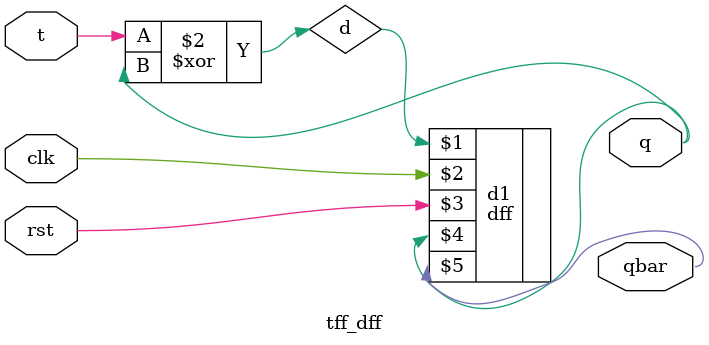
<source format=v>
module tff_dff(
    input t, clk, rst,
    output q, qbar
);
    
reg d;

always @(*) begin
    d=t^q;
end

dff d1(d,clk,rst,q,qbar);



endmodule

</source>
